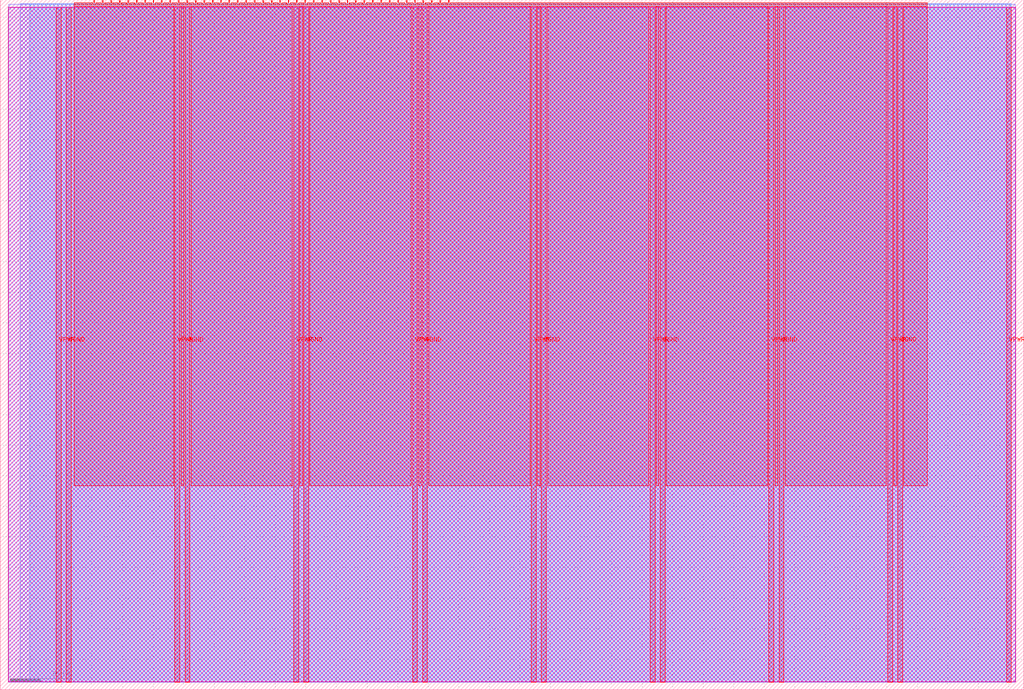
<source format=lef>
VERSION 5.7 ;
  NOWIREEXTENSIONATPIN ON ;
  DIVIDERCHAR "/" ;
  BUSBITCHARS "[]" ;
MACRO tt_um_wokwi_413386991502909441
  CLASS BLOCK ;
  FOREIGN tt_um_wokwi_413386991502909441 ;
  ORIGIN 0.000 0.000 ;
  SIZE 334.880 BY 225.760 ;
  PIN VGND
    DIRECTION INOUT ;
    USE GROUND ;
    PORT
      LAYER met4 ;
        RECT 21.580 2.480 23.180 223.280 ;
    END
    PORT
      LAYER met4 ;
        RECT 60.450 2.480 62.050 223.280 ;
    END
    PORT
      LAYER met4 ;
        RECT 99.320 2.480 100.920 223.280 ;
    END
    PORT
      LAYER met4 ;
        RECT 138.190 2.480 139.790 223.280 ;
    END
    PORT
      LAYER met4 ;
        RECT 177.060 2.480 178.660 223.280 ;
    END
    PORT
      LAYER met4 ;
        RECT 215.930 2.480 217.530 223.280 ;
    END
    PORT
      LAYER met4 ;
        RECT 254.800 2.480 256.400 223.280 ;
    END
    PORT
      LAYER met4 ;
        RECT 293.670 2.480 295.270 223.280 ;
    END
  END VGND
  PIN VPWR
    DIRECTION INOUT ;
    USE POWER ;
    PORT
      LAYER met4 ;
        RECT 18.280 2.480 19.880 223.280 ;
    END
    PORT
      LAYER met4 ;
        RECT 57.150 2.480 58.750 223.280 ;
    END
    PORT
      LAYER met4 ;
        RECT 96.020 2.480 97.620 223.280 ;
    END
    PORT
      LAYER met4 ;
        RECT 134.890 2.480 136.490 223.280 ;
    END
    PORT
      LAYER met4 ;
        RECT 173.760 2.480 175.360 223.280 ;
    END
    PORT
      LAYER met4 ;
        RECT 212.630 2.480 214.230 223.280 ;
    END
    PORT
      LAYER met4 ;
        RECT 251.500 2.480 253.100 223.280 ;
    END
    PORT
      LAYER met4 ;
        RECT 290.370 2.480 291.970 223.280 ;
    END
    PORT
      LAYER met4 ;
        RECT 329.240 2.480 330.840 223.280 ;
    END
  END VPWR
  PIN clk
    DIRECTION INPUT ;
    USE SIGNAL ;
    ANTENNAGATEAREA 0.852000 ;
    PORT
      LAYER met4 ;
        RECT 143.830 224.760 144.130 225.760 ;
    END
  END clk
  PIN ena
    DIRECTION INPUT ;
    USE SIGNAL ;
    PORT
      LAYER met4 ;
        RECT 146.590 224.760 146.890 225.760 ;
    END
  END ena
  PIN rst_n
    DIRECTION INPUT ;
    USE SIGNAL ;
    ANTENNAGATEAREA 0.213000 ;
    PORT
      LAYER met4 ;
        RECT 141.070 224.760 141.370 225.760 ;
    END
  END rst_n
  PIN ui_in[0]
    DIRECTION INPUT ;
    USE SIGNAL ;
    ANTENNAGATEAREA 0.213000 ;
    PORT
      LAYER met4 ;
        RECT 138.310 224.760 138.610 225.760 ;
    END
  END ui_in[0]
  PIN ui_in[1]
    DIRECTION INPUT ;
    USE SIGNAL ;
    ANTENNAGATEAREA 0.126000 ;
    PORT
      LAYER met4 ;
        RECT 135.550 224.760 135.850 225.760 ;
    END
  END ui_in[1]
  PIN ui_in[2]
    DIRECTION INPUT ;
    USE SIGNAL ;
    ANTENNAGATEAREA 0.213000 ;
    PORT
      LAYER met4 ;
        RECT 132.790 224.760 133.090 225.760 ;
    END
  END ui_in[2]
  PIN ui_in[3]
    DIRECTION INPUT ;
    USE SIGNAL ;
    ANTENNAGATEAREA 0.159000 ;
    PORT
      LAYER met4 ;
        RECT 130.030 224.760 130.330 225.760 ;
    END
  END ui_in[3]
  PIN ui_in[4]
    DIRECTION INPUT ;
    USE SIGNAL ;
    ANTENNAGATEAREA 0.196500 ;
    PORT
      LAYER met4 ;
        RECT 127.270 224.760 127.570 225.760 ;
    END
  END ui_in[4]
  PIN ui_in[5]
    DIRECTION INPUT ;
    USE SIGNAL ;
    ANTENNAGATEAREA 0.196500 ;
    PORT
      LAYER met4 ;
        RECT 124.510 224.760 124.810 225.760 ;
    END
  END ui_in[5]
  PIN ui_in[6]
    DIRECTION INPUT ;
    USE SIGNAL ;
    ANTENNAGATEAREA 0.213000 ;
    PORT
      LAYER met4 ;
        RECT 121.750 224.760 122.050 225.760 ;
    END
  END ui_in[6]
  PIN ui_in[7]
    DIRECTION INPUT ;
    USE SIGNAL ;
    ANTENNAGATEAREA 0.213000 ;
    PORT
      LAYER met4 ;
        RECT 118.990 224.760 119.290 225.760 ;
    END
  END ui_in[7]
  PIN uio_in[0]
    DIRECTION INPUT ;
    USE SIGNAL ;
    PORT
      LAYER met4 ;
        RECT 116.230 224.760 116.530 225.760 ;
    END
  END uio_in[0]
  PIN uio_in[1]
    DIRECTION INPUT ;
    USE SIGNAL ;
    PORT
      LAYER met4 ;
        RECT 113.470 224.760 113.770 225.760 ;
    END
  END uio_in[1]
  PIN uio_in[2]
    DIRECTION INPUT ;
    USE SIGNAL ;
    PORT
      LAYER met4 ;
        RECT 110.710 224.760 111.010 225.760 ;
    END
  END uio_in[2]
  PIN uio_in[3]
    DIRECTION INPUT ;
    USE SIGNAL ;
    PORT
      LAYER met4 ;
        RECT 107.950 224.760 108.250 225.760 ;
    END
  END uio_in[3]
  PIN uio_in[4]
    DIRECTION INPUT ;
    USE SIGNAL ;
    PORT
      LAYER met4 ;
        RECT 105.190 224.760 105.490 225.760 ;
    END
  END uio_in[4]
  PIN uio_in[5]
    DIRECTION INPUT ;
    USE SIGNAL ;
    PORT
      LAYER met4 ;
        RECT 102.430 224.760 102.730 225.760 ;
    END
  END uio_in[5]
  PIN uio_in[6]
    DIRECTION INPUT ;
    USE SIGNAL ;
    PORT
      LAYER met4 ;
        RECT 99.670 224.760 99.970 225.760 ;
    END
  END uio_in[6]
  PIN uio_in[7]
    DIRECTION INPUT ;
    USE SIGNAL ;
    PORT
      LAYER met4 ;
        RECT 96.910 224.760 97.210 225.760 ;
    END
  END uio_in[7]
  PIN uio_oe[0]
    DIRECTION OUTPUT ;
    USE SIGNAL ;
    ANTENNADIFFAREA 0.445500 ;
    PORT
      LAYER met4 ;
        RECT 49.990 224.760 50.290 225.760 ;
    END
  END uio_oe[0]
  PIN uio_oe[1]
    DIRECTION OUTPUT ;
    USE SIGNAL ;
    ANTENNADIFFAREA 0.445500 ;
    PORT
      LAYER met4 ;
        RECT 47.230 224.760 47.530 225.760 ;
    END
  END uio_oe[1]
  PIN uio_oe[2]
    DIRECTION OUTPUT ;
    USE SIGNAL ;
    ANTENNADIFFAREA 0.445500 ;
    PORT
      LAYER met4 ;
        RECT 44.470 224.760 44.770 225.760 ;
    END
  END uio_oe[2]
  PIN uio_oe[3]
    DIRECTION OUTPUT ;
    USE SIGNAL ;
    ANTENNADIFFAREA 0.445500 ;
    PORT
      LAYER met4 ;
        RECT 41.710 224.760 42.010 225.760 ;
    END
  END uio_oe[3]
  PIN uio_oe[4]
    DIRECTION OUTPUT ;
    USE SIGNAL ;
    ANTENNADIFFAREA 0.445500 ;
    PORT
      LAYER met4 ;
        RECT 38.950 224.760 39.250 225.760 ;
    END
  END uio_oe[4]
  PIN uio_oe[5]
    DIRECTION OUTPUT ;
    USE SIGNAL ;
    ANTENNADIFFAREA 0.445500 ;
    PORT
      LAYER met4 ;
        RECT 36.190 224.760 36.490 225.760 ;
    END
  END uio_oe[5]
  PIN uio_oe[6]
    DIRECTION OUTPUT ;
    USE SIGNAL ;
    ANTENNADIFFAREA 0.445500 ;
    PORT
      LAYER met4 ;
        RECT 33.430 224.760 33.730 225.760 ;
    END
  END uio_oe[6]
  PIN uio_oe[7]
    DIRECTION OUTPUT ;
    USE SIGNAL ;
    ANTENNADIFFAREA 0.445500 ;
    PORT
      LAYER met4 ;
        RECT 30.670 224.760 30.970 225.760 ;
    END
  END uio_oe[7]
  PIN uio_out[0]
    DIRECTION OUTPUT ;
    USE SIGNAL ;
    ANTENNADIFFAREA 0.445500 ;
    PORT
      LAYER met4 ;
        RECT 72.070 224.760 72.370 225.760 ;
    END
  END uio_out[0]
  PIN uio_out[1]
    DIRECTION OUTPUT ;
    USE SIGNAL ;
    ANTENNADIFFAREA 0.445500 ;
    PORT
      LAYER met4 ;
        RECT 69.310 224.760 69.610 225.760 ;
    END
  END uio_out[1]
  PIN uio_out[2]
    DIRECTION OUTPUT ;
    USE SIGNAL ;
    ANTENNADIFFAREA 0.445500 ;
    PORT
      LAYER met4 ;
        RECT 66.550 224.760 66.850 225.760 ;
    END
  END uio_out[2]
  PIN uio_out[3]
    DIRECTION OUTPUT ;
    USE SIGNAL ;
    ANTENNADIFFAREA 0.445500 ;
    PORT
      LAYER met4 ;
        RECT 63.790 224.760 64.090 225.760 ;
    END
  END uio_out[3]
  PIN uio_out[4]
    DIRECTION OUTPUT ;
    USE SIGNAL ;
    ANTENNADIFFAREA 0.445500 ;
    PORT
      LAYER met4 ;
        RECT 61.030 224.760 61.330 225.760 ;
    END
  END uio_out[4]
  PIN uio_out[5]
    DIRECTION OUTPUT ;
    USE SIGNAL ;
    ANTENNADIFFAREA 0.445500 ;
    PORT
      LAYER met4 ;
        RECT 58.270 224.760 58.570 225.760 ;
    END
  END uio_out[5]
  PIN uio_out[6]
    DIRECTION OUTPUT ;
    USE SIGNAL ;
    ANTENNADIFFAREA 0.445500 ;
    PORT
      LAYER met4 ;
        RECT 55.510 224.760 55.810 225.760 ;
    END
  END uio_out[6]
  PIN uio_out[7]
    DIRECTION OUTPUT ;
    USE SIGNAL ;
    ANTENNADIFFAREA 0.445500 ;
    PORT
      LAYER met4 ;
        RECT 52.750 224.760 53.050 225.760 ;
    END
  END uio_out[7]
  PIN uo_out[0]
    DIRECTION OUTPUT ;
    USE SIGNAL ;
    ANTENNADIFFAREA 0.891000 ;
    PORT
      LAYER met4 ;
        RECT 94.150 224.760 94.450 225.760 ;
    END
  END uo_out[0]
  PIN uo_out[1]
    DIRECTION OUTPUT ;
    USE SIGNAL ;
    ANTENNADIFFAREA 0.891000 ;
    PORT
      LAYER met4 ;
        RECT 91.390 224.760 91.690 225.760 ;
    END
  END uo_out[1]
  PIN uo_out[2]
    DIRECTION OUTPUT ;
    USE SIGNAL ;
    ANTENNADIFFAREA 0.891000 ;
    PORT
      LAYER met4 ;
        RECT 88.630 224.760 88.930 225.760 ;
    END
  END uo_out[2]
  PIN uo_out[3]
    DIRECTION OUTPUT ;
    USE SIGNAL ;
    ANTENNADIFFAREA 0.891000 ;
    PORT
      LAYER met4 ;
        RECT 85.870 224.760 86.170 225.760 ;
    END
  END uo_out[3]
  PIN uo_out[4]
    DIRECTION OUTPUT ;
    USE SIGNAL ;
    ANTENNADIFFAREA 0.891000 ;
    PORT
      LAYER met4 ;
        RECT 83.110 224.760 83.410 225.760 ;
    END
  END uo_out[4]
  PIN uo_out[5]
    DIRECTION OUTPUT ;
    USE SIGNAL ;
    ANTENNADIFFAREA 0.933750 ;
    PORT
      LAYER met4 ;
        RECT 80.350 224.760 80.650 225.760 ;
    END
  END uo_out[5]
  PIN uo_out[6]
    DIRECTION OUTPUT ;
    USE SIGNAL ;
    ANTENNADIFFAREA 0.462000 ;
    PORT
      LAYER met4 ;
        RECT 77.590 224.760 77.890 225.760 ;
    END
  END uo_out[6]
  PIN uo_out[7]
    DIRECTION OUTPUT ;
    USE SIGNAL ;
    ANTENNADIFFAREA 0.795200 ;
    PORT
      LAYER met4 ;
        RECT 74.830 224.760 75.130 225.760 ;
    END
  END uo_out[7]
  OBS
      LAYER nwell ;
        RECT 2.570 2.635 332.310 223.230 ;
      LAYER li1 ;
        RECT 2.760 2.635 332.120 223.125 ;
      LAYER met1 ;
        RECT 2.760 2.480 332.120 224.360 ;
      LAYER met2 ;
        RECT 6.540 2.535 330.810 224.390 ;
      LAYER met3 ;
        RECT 9.725 2.555 330.830 224.225 ;
      LAYER met4 ;
        RECT 24.215 224.360 30.270 224.760 ;
        RECT 31.370 224.360 33.030 224.760 ;
        RECT 34.130 224.360 35.790 224.760 ;
        RECT 36.890 224.360 38.550 224.760 ;
        RECT 39.650 224.360 41.310 224.760 ;
        RECT 42.410 224.360 44.070 224.760 ;
        RECT 45.170 224.360 46.830 224.760 ;
        RECT 47.930 224.360 49.590 224.760 ;
        RECT 50.690 224.360 52.350 224.760 ;
        RECT 53.450 224.360 55.110 224.760 ;
        RECT 56.210 224.360 57.870 224.760 ;
        RECT 58.970 224.360 60.630 224.760 ;
        RECT 61.730 224.360 63.390 224.760 ;
        RECT 64.490 224.360 66.150 224.760 ;
        RECT 67.250 224.360 68.910 224.760 ;
        RECT 70.010 224.360 71.670 224.760 ;
        RECT 72.770 224.360 74.430 224.760 ;
        RECT 75.530 224.360 77.190 224.760 ;
        RECT 78.290 224.360 79.950 224.760 ;
        RECT 81.050 224.360 82.710 224.760 ;
        RECT 83.810 224.360 85.470 224.760 ;
        RECT 86.570 224.360 88.230 224.760 ;
        RECT 89.330 224.360 90.990 224.760 ;
        RECT 92.090 224.360 93.750 224.760 ;
        RECT 94.850 224.360 96.510 224.760 ;
        RECT 97.610 224.360 99.270 224.760 ;
        RECT 100.370 224.360 102.030 224.760 ;
        RECT 103.130 224.360 104.790 224.760 ;
        RECT 105.890 224.360 107.550 224.760 ;
        RECT 108.650 224.360 110.310 224.760 ;
        RECT 111.410 224.360 113.070 224.760 ;
        RECT 114.170 224.360 115.830 224.760 ;
        RECT 116.930 224.360 118.590 224.760 ;
        RECT 119.690 224.360 121.350 224.760 ;
        RECT 122.450 224.360 124.110 224.760 ;
        RECT 125.210 224.360 126.870 224.760 ;
        RECT 127.970 224.360 129.630 224.760 ;
        RECT 130.730 224.360 132.390 224.760 ;
        RECT 133.490 224.360 135.150 224.760 ;
        RECT 136.250 224.360 137.910 224.760 ;
        RECT 139.010 224.360 140.670 224.760 ;
        RECT 141.770 224.360 143.430 224.760 ;
        RECT 144.530 224.360 146.190 224.760 ;
        RECT 147.290 224.360 303.305 224.760 ;
        RECT 24.215 223.680 303.305 224.360 ;
        RECT 24.215 66.815 56.750 223.680 ;
        RECT 59.150 66.815 60.050 223.680 ;
        RECT 62.450 66.815 95.620 223.680 ;
        RECT 98.020 66.815 98.920 223.680 ;
        RECT 101.320 66.815 134.490 223.680 ;
        RECT 136.890 66.815 137.790 223.680 ;
        RECT 140.190 66.815 173.360 223.680 ;
        RECT 175.760 66.815 176.660 223.680 ;
        RECT 179.060 66.815 212.230 223.680 ;
        RECT 214.630 66.815 215.530 223.680 ;
        RECT 217.930 66.815 251.100 223.680 ;
        RECT 253.500 66.815 254.400 223.680 ;
        RECT 256.800 66.815 289.970 223.680 ;
        RECT 292.370 66.815 293.270 223.680 ;
        RECT 295.670 66.815 303.305 223.680 ;
  END
END tt_um_wokwi_413386991502909441
END LIBRARY


</source>
